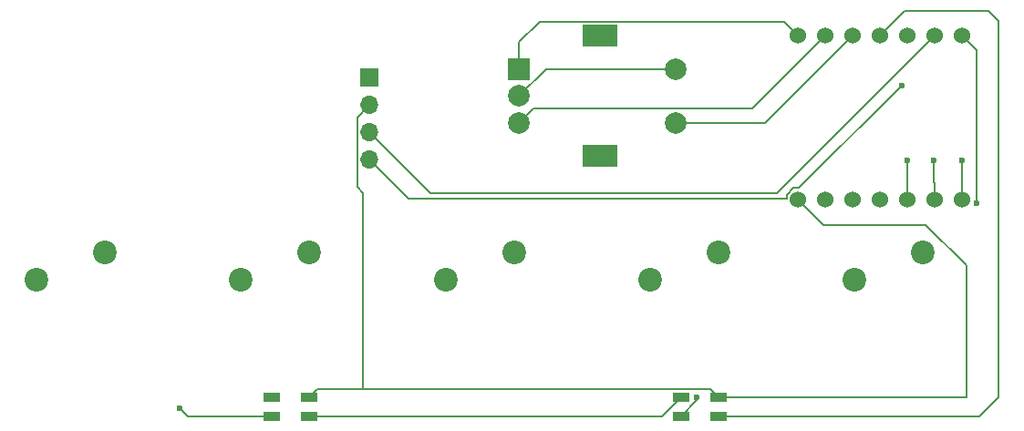
<source format=gbr>
%TF.GenerationSoftware,KiCad,Pcbnew,9.0.2*%
%TF.CreationDate,2025-05-28T17:01:58+05:30*%
%TF.ProjectId,linus_ide_toolbar,6c696e75-735f-4696-9465-5f746f6f6c62,rev?*%
%TF.SameCoordinates,Original*%
%TF.FileFunction,Copper,L1,Top*%
%TF.FilePolarity,Positive*%
%FSLAX46Y46*%
G04 Gerber Fmt 4.6, Leading zero omitted, Abs format (unit mm)*
G04 Created by KiCad (PCBNEW 9.0.2) date 2025-05-28 17:01:58*
%MOMM*%
%LPD*%
G01*
G04 APERTURE LIST*
%TA.AperFunction,ComponentPad*%
%ADD10R,1.700000X1.700000*%
%TD*%
%TA.AperFunction,ComponentPad*%
%ADD11O,1.700000X1.700000*%
%TD*%
%TA.AperFunction,ComponentPad*%
%ADD12C,2.200000*%
%TD*%
%TA.AperFunction,ComponentPad*%
%ADD13R,2.000000X2.000000*%
%TD*%
%TA.AperFunction,ComponentPad*%
%ADD14C,2.000000*%
%TD*%
%TA.AperFunction,ComponentPad*%
%ADD15R,3.200000X2.000000*%
%TD*%
%TA.AperFunction,SMDPad,CuDef*%
%ADD16R,1.600000X0.850000*%
%TD*%
%TA.AperFunction,ComponentPad*%
%ADD17C,1.524000*%
%TD*%
%TA.AperFunction,ViaPad*%
%ADD18C,0.600000*%
%TD*%
%TA.AperFunction,Conductor*%
%ADD19C,0.200000*%
%TD*%
G04 APERTURE END LIST*
D10*
%TO.P,J1,1,Pin_1*%
%TO.N,GND*%
X109615000Y-87305000D03*
D11*
%TO.P,J1,2,Pin_2*%
%TO.N,+5V*%
X109615000Y-89845000D03*
%TO.P,J1,3,Pin_3*%
%TO.N,Net-(J1-Pin_3)*%
X109615000Y-92385000D03*
%TO.P,J1,4,Pin_4*%
%TO.N,Net-(J1-Pin_4)*%
X109615000Y-94925000D03*
%TD*%
D12*
%TO.P,Stop1,1,1*%
%TO.N,GND*%
X104000000Y-103500000D03*
%TO.P,Stop1,2,2*%
%TO.N,Net-(U1-GPIO2{slash}SCK)*%
X97650000Y-106040000D03*
%TD*%
%TO.P,key1,1,1*%
%TO.N,GND*%
X85000000Y-103500000D03*
%TO.P,key1,2,2*%
%TO.N,Net-(U1-GPIO1{slash}RX)*%
X78650000Y-106040000D03*
%TD*%
%TO.P,key5,1,1*%
%TO.N,GND*%
X161000000Y-103500000D03*
%TO.P,key5,2,2*%
%TO.N,Net-(U1-GPIO0{slash}TX)*%
X154650000Y-106040000D03*
%TD*%
%TO.P,Continue1,1,1*%
%TO.N,GND*%
X123000000Y-103500000D03*
%TO.P,Continue1,2,2*%
%TO.N,Net-(U1-GPIO4{slash}MISO)*%
X116650000Y-106040000D03*
%TD*%
D13*
%TO.P,SW1,A,A*%
%TO.N,Net-(U1-GPIO26{slash}ADC0{slash}A0)*%
X123500000Y-86500000D03*
D14*
%TO.P,SW1,B,B*%
%TO.N,Net-(U1-GPIO27{slash}ADC1{slash}A1)*%
X123500000Y-91500000D03*
%TO.P,SW1,C,C*%
%TO.N,Net-(SW1-PadC)*%
X123500000Y-89000000D03*
D15*
%TO.P,SW1,MP*%
%TO.N,N/C*%
X131000000Y-83400000D03*
X131000000Y-94600000D03*
D14*
%TO.P,SW1,S1,S1*%
%TO.N,Net-(U1-GPIO28{slash}ADC2{slash}A2)*%
X138000000Y-91500000D03*
%TO.P,SW1,S2,S2*%
%TO.N,Net-(SW1-PadC)*%
X138000000Y-86500000D03*
%TD*%
D16*
%TO.P,D2,1,DOUT*%
%TO.N,Net-(D1-DIN)*%
X138500000Y-117000000D03*
%TO.P,D2,2,VSS*%
%TO.N,GND*%
X138500000Y-118750000D03*
%TO.P,D2,3,DIN*%
%TO.N,Net-(D2-DIN)*%
X142000000Y-118750000D03*
%TO.P,D2,4,VDD*%
%TO.N,+5V*%
X142000000Y-117000000D03*
%TD*%
%TO.P,D1,1,DOUT*%
%TO.N,unconnected-(D1-DOUT-Pad1)*%
X100500000Y-117000000D03*
%TO.P,D1,2,VSS*%
%TO.N,GND*%
X100500000Y-118750000D03*
%TO.P,D1,3,DIN*%
%TO.N,Net-(D1-DIN)*%
X104000000Y-118750000D03*
%TO.P,D1,4,VDD*%
%TO.N,+5V*%
X104000000Y-117000000D03*
%TD*%
D12*
%TO.P,key4,1,1*%
%TO.N,GND*%
X142000000Y-103500000D03*
%TO.P,key4,2,2*%
%TO.N,Net-(U1-GPIO3{slash}MOSI)*%
X135650000Y-106040000D03*
%TD*%
D17*
%TO.P,U1,1,GPIO26/ADC0/A0*%
%TO.N,Net-(U1-GPIO26{slash}ADC0{slash}A0)*%
X149380000Y-83380000D03*
%TO.P,U1,2,GPIO27/ADC1/A1*%
%TO.N,Net-(U1-GPIO27{slash}ADC1{slash}A1)*%
X151920000Y-83380000D03*
%TO.P,U1,3,GPIO28/ADC2/A2*%
%TO.N,Net-(U1-GPIO28{slash}ADC2{slash}A2)*%
X154460000Y-83380000D03*
%TO.P,U1,4,GPIO29/ADC3/A3*%
%TO.N,Net-(D2-DIN)*%
X157000000Y-83380000D03*
%TO.P,U1,5,GPIO6/SDA*%
%TO.N,Net-(J1-Pin_4)*%
X159540000Y-83380000D03*
%TO.P,U1,6,GPIO7/SCL*%
%TO.N,Net-(J1-Pin_3)*%
X162080000Y-83380000D03*
%TO.P,U1,7,GPIO0/TX*%
%TO.N,Net-(U1-GPIO0{slash}TX)*%
X164620000Y-83380000D03*
%TO.P,U1,8,GPIO1/RX*%
%TO.N,Net-(U1-GPIO1{slash}RX)*%
X164620000Y-98620000D03*
%TO.P,U1,9,GPIO2/SCK*%
%TO.N,Net-(U1-GPIO2{slash}SCK)*%
X162080000Y-98620000D03*
%TO.P,U1,10,GPIO4/MISO*%
%TO.N,Net-(U1-GPIO4{slash}MISO)*%
X159540000Y-98620000D03*
%TO.P,U1,11,GPIO3/MOSI*%
%TO.N,Net-(U1-GPIO3{slash}MOSI)*%
X157000000Y-98620000D03*
%TO.P,U1,12,3V3*%
%TO.N,unconnected-(U1-3V3-Pad12)*%
X154460000Y-98620000D03*
%TO.P,U1,13,GND*%
%TO.N,GND*%
X151920000Y-98620000D03*
%TO.P,U1,14,VBUS*%
%TO.N,+5V*%
X149380000Y-98620000D03*
%TD*%
D18*
%TO.N,GND*%
X92000000Y-118000000D03*
X140000000Y-117000000D03*
%TO.N,Net-(U1-GPIO2{slash}SCK)*%
X162000000Y-95000000D03*
%TO.N,Net-(U1-GPIO4{slash}MISO)*%
X159560417Y-95023856D03*
%TO.N,Net-(U1-GPIO1{slash}RX)*%
X164649656Y-94992209D03*
%TO.N,Net-(J1-Pin_4)*%
X159000000Y-88000000D03*
%TO.N,Net-(U1-GPIO0{slash}TX)*%
X166000000Y-99000000D03*
%TD*%
D19*
%TO.N,Net-(D1-DIN)*%
X104000000Y-118750000D02*
X136750000Y-118750000D01*
X136750000Y-118750000D02*
X138500000Y-117000000D01*
%TO.N,GND*%
X92750000Y-118750000D02*
X92000000Y-118000000D01*
X140000000Y-117250000D02*
X140000000Y-117000000D01*
X138500000Y-118750000D02*
X140000000Y-117250000D01*
X100500000Y-118750000D02*
X92750000Y-118750000D01*
%TO.N,+5V*%
X104725000Y-116275000D02*
X109000000Y-116275000D01*
X151760000Y-101000000D02*
X149380000Y-98620000D01*
X165000000Y-117000000D02*
X165000000Y-104760000D01*
X109000000Y-98000000D02*
X108464000Y-97464000D01*
X165000000Y-104760000D02*
X161240000Y-101000000D01*
X109000000Y-98000000D02*
X109000000Y-116275000D01*
X141275000Y-116275000D02*
X142000000Y-117000000D01*
X104000000Y-117000000D02*
X104725000Y-116275000D01*
X108464000Y-90996000D02*
X109615000Y-89845000D01*
X161240000Y-101000000D02*
X151760000Y-101000000D01*
X108464000Y-97464000D02*
X108464000Y-90996000D01*
X109000000Y-116275000D02*
X141275000Y-116275000D01*
X142000000Y-117000000D02*
X165000000Y-117000000D01*
%TO.N,Net-(D2-DIN)*%
X168000000Y-117000000D02*
X166250000Y-118750000D01*
X168000000Y-82000000D02*
X168000000Y-117000000D01*
X157000000Y-83380000D02*
X159280000Y-81100000D01*
X159280000Y-81100000D02*
X167100000Y-81100000D01*
X167100000Y-81100000D02*
X168000000Y-82000000D01*
X166250000Y-118750000D02*
X142000000Y-118750000D01*
%TO.N,Net-(U1-GPIO2{slash}SCK)*%
X162000000Y-95000000D02*
X162000000Y-97000000D01*
X162080000Y-97080000D02*
X162080000Y-98620000D01*
X162000000Y-97000000D02*
X162080000Y-97080000D01*
%TO.N,Net-(U1-GPIO4{slash}MISO)*%
X159540000Y-95044273D02*
X159540000Y-98620000D01*
X159560417Y-95023856D02*
X159540000Y-95044273D01*
%TO.N,Net-(U1-GPIO1{slash}RX)*%
X164649656Y-94992209D02*
X164649656Y-95350344D01*
X164649656Y-95350344D02*
X164620000Y-95380000D01*
X164620000Y-95380000D02*
X164620000Y-98620000D01*
%TO.N,Net-(U1-GPIO28{slash}ADC2{slash}A2)*%
X146340000Y-91500000D02*
X154460000Y-83380000D01*
X138000000Y-91500000D02*
X146340000Y-91500000D01*
%TO.N,Net-(U1-GPIO26{slash}ADC0{slash}A0)*%
X123500000Y-84000000D02*
X125401000Y-82099000D01*
X148099000Y-82099000D02*
X149380000Y-83380000D01*
X123500000Y-86500000D02*
X123500000Y-84000000D01*
X125401000Y-82099000D02*
X148099000Y-82099000D01*
%TO.N,Net-(J1-Pin_4)*%
X148317000Y-98500000D02*
X148317000Y-98179690D01*
X109615000Y-94925000D02*
X113190000Y-98500000D01*
X113190000Y-98500000D02*
X148317000Y-98500000D01*
X148939690Y-97557000D02*
X149443000Y-97557000D01*
X149443000Y-97557000D02*
X159000000Y-88000000D01*
X148317000Y-98179690D02*
X148939690Y-97557000D01*
%TO.N,Net-(U1-GPIO27{slash}ADC1{slash}A1)*%
X145101000Y-90199000D02*
X151920000Y-83380000D01*
X123500000Y-91500000D02*
X124801000Y-90199000D01*
X124801000Y-90199000D02*
X145101000Y-90199000D01*
%TO.N,Net-(J1-Pin_3)*%
X115230000Y-98000000D02*
X147460000Y-98000000D01*
X109615000Y-92385000D02*
X115230000Y-98000000D01*
X147460000Y-98000000D02*
X162080000Y-83380000D01*
%TO.N,Net-(U1-GPIO0{slash}TX)*%
X166000000Y-99000000D02*
X166000000Y-84760000D01*
X166000000Y-84760000D02*
X164620000Y-83380000D01*
%TO.N,Net-(SW1-PadC)*%
X123500000Y-89000000D02*
X126000000Y-86500000D01*
X126000000Y-86500000D02*
X138000000Y-86500000D01*
%TD*%
M02*

</source>
